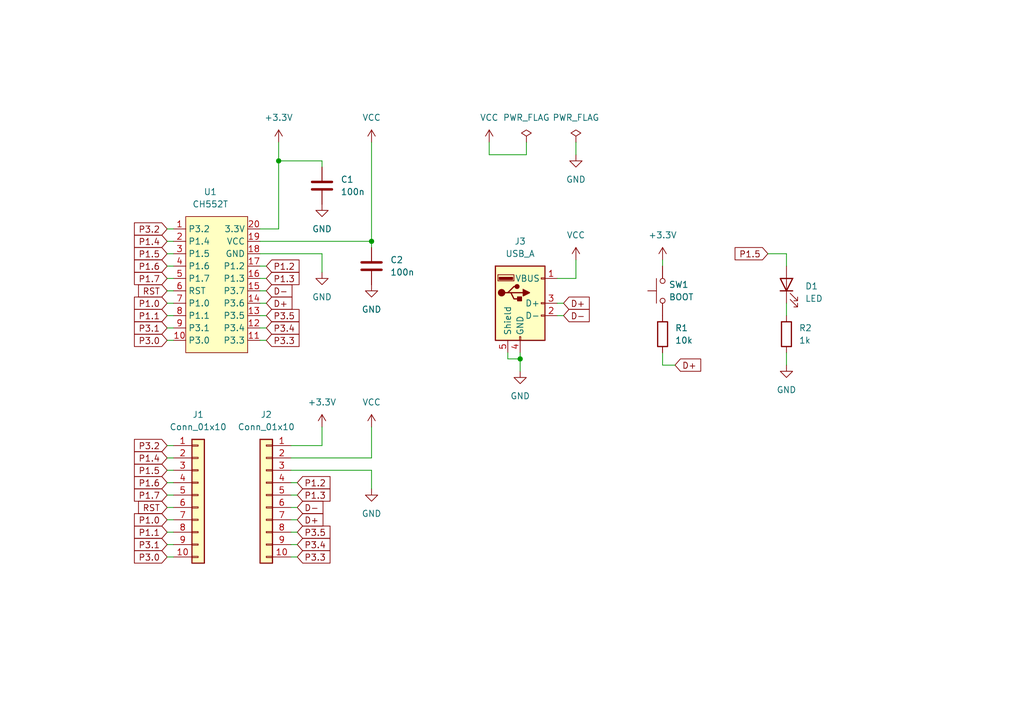
<source format=kicad_sch>
(kicad_sch (version 20211123) (generator eeschema)

  (uuid 81e5479c-473c-4528-81d7-a7158e209a78)

  (paper "A5")

  (lib_symbols
    (symbol "Connector:USB_A" (pin_names (offset 1.016)) (in_bom yes) (on_board yes)
      (property "Reference" "J" (id 0) (at -5.08 11.43 0)
        (effects (font (size 1.27 1.27)) (justify left))
      )
      (property "Value" "USB_A" (id 1) (at -5.08 8.89 0)
        (effects (font (size 1.27 1.27)) (justify left))
      )
      (property "Footprint" "" (id 2) (at 3.81 -1.27 0)
        (effects (font (size 1.27 1.27)) hide)
      )
      (property "Datasheet" " ~" (id 3) (at 3.81 -1.27 0)
        (effects (font (size 1.27 1.27)) hide)
      )
      (property "ki_keywords" "connector USB" (id 4) (at 0 0 0)
        (effects (font (size 1.27 1.27)) hide)
      )
      (property "ki_description" "USB Type A connector" (id 5) (at 0 0 0)
        (effects (font (size 1.27 1.27)) hide)
      )
      (property "ki_fp_filters" "USB*" (id 6) (at 0 0 0)
        (effects (font (size 1.27 1.27)) hide)
      )
      (symbol "USB_A_0_1"
        (rectangle (start -5.08 -7.62) (end 5.08 7.62)
          (stroke (width 0.254) (type default) (color 0 0 0 0))
          (fill (type background))
        )
        (circle (center -3.81 2.159) (radius 0.635)
          (stroke (width 0.254) (type default) (color 0 0 0 0))
          (fill (type outline))
        )
        (rectangle (start -1.524 4.826) (end -4.318 5.334)
          (stroke (width 0) (type default) (color 0 0 0 0))
          (fill (type outline))
        )
        (rectangle (start -1.27 4.572) (end -4.572 5.842)
          (stroke (width 0) (type default) (color 0 0 0 0))
          (fill (type none))
        )
        (circle (center -0.635 3.429) (radius 0.381)
          (stroke (width 0.254) (type default) (color 0 0 0 0))
          (fill (type outline))
        )
        (rectangle (start -0.127 -7.62) (end 0.127 -6.858)
          (stroke (width 0) (type default) (color 0 0 0 0))
          (fill (type none))
        )
        (polyline
          (pts
            (xy -3.175 2.159)
            (xy -2.54 2.159)
            (xy -1.27 3.429)
            (xy -0.635 3.429)
          )
          (stroke (width 0.254) (type default) (color 0 0 0 0))
          (fill (type none))
        )
        (polyline
          (pts
            (xy -2.54 2.159)
            (xy -1.905 2.159)
            (xy -1.27 0.889)
            (xy 0 0.889)
          )
          (stroke (width 0.254) (type default) (color 0 0 0 0))
          (fill (type none))
        )
        (polyline
          (pts
            (xy 0.635 2.794)
            (xy 0.635 1.524)
            (xy 1.905 2.159)
            (xy 0.635 2.794)
          )
          (stroke (width 0.254) (type default) (color 0 0 0 0))
          (fill (type outline))
        )
        (rectangle (start 0.254 1.27) (end -0.508 0.508)
          (stroke (width 0.254) (type default) (color 0 0 0 0))
          (fill (type outline))
        )
        (rectangle (start 5.08 -2.667) (end 4.318 -2.413)
          (stroke (width 0) (type default) (color 0 0 0 0))
          (fill (type none))
        )
        (rectangle (start 5.08 -0.127) (end 4.318 0.127)
          (stroke (width 0) (type default) (color 0 0 0 0))
          (fill (type none))
        )
        (rectangle (start 5.08 4.953) (end 4.318 5.207)
          (stroke (width 0) (type default) (color 0 0 0 0))
          (fill (type none))
        )
      )
      (symbol "USB_A_1_1"
        (polyline
          (pts
            (xy -1.905 2.159)
            (xy 0.635 2.159)
          )
          (stroke (width 0.254) (type default) (color 0 0 0 0))
          (fill (type none))
        )
        (pin power_in line (at 7.62 5.08 180) (length 2.54)
          (name "VBUS" (effects (font (size 1.27 1.27))))
          (number "1" (effects (font (size 1.27 1.27))))
        )
        (pin bidirectional line (at 7.62 -2.54 180) (length 2.54)
          (name "D-" (effects (font (size 1.27 1.27))))
          (number "2" (effects (font (size 1.27 1.27))))
        )
        (pin bidirectional line (at 7.62 0 180) (length 2.54)
          (name "D+" (effects (font (size 1.27 1.27))))
          (number "3" (effects (font (size 1.27 1.27))))
        )
        (pin power_in line (at 0 -10.16 90) (length 2.54)
          (name "GND" (effects (font (size 1.27 1.27))))
          (number "4" (effects (font (size 1.27 1.27))))
        )
        (pin passive line (at -2.54 -10.16 90) (length 2.54)
          (name "Shield" (effects (font (size 1.27 1.27))))
          (number "5" (effects (font (size 1.27 1.27))))
        )
      )
    )
    (symbol "Connector_Generic:Conn_01x10" (pin_names (offset 1.016) hide) (in_bom yes) (on_board yes)
      (property "Reference" "J" (id 0) (at 0 12.7 0)
        (effects (font (size 1.27 1.27)))
      )
      (property "Value" "Conn_01x10" (id 1) (at 0 -15.24 0)
        (effects (font (size 1.27 1.27)))
      )
      (property "Footprint" "" (id 2) (at 0 0 0)
        (effects (font (size 1.27 1.27)) hide)
      )
      (property "Datasheet" "~" (id 3) (at 0 0 0)
        (effects (font (size 1.27 1.27)) hide)
      )
      (property "ki_keywords" "connector" (id 4) (at 0 0 0)
        (effects (font (size 1.27 1.27)) hide)
      )
      (property "ki_description" "Generic connector, single row, 01x10, script generated (kicad-library-utils/schlib/autogen/connector/)" (id 5) (at 0 0 0)
        (effects (font (size 1.27 1.27)) hide)
      )
      (property "ki_fp_filters" "Connector*:*_1x??_*" (id 6) (at 0 0 0)
        (effects (font (size 1.27 1.27)) hide)
      )
      (symbol "Conn_01x10_1_1"
        (rectangle (start -1.27 -12.573) (end 0 -12.827)
          (stroke (width 0.1524) (type default) (color 0 0 0 0))
          (fill (type none))
        )
        (rectangle (start -1.27 -10.033) (end 0 -10.287)
          (stroke (width 0.1524) (type default) (color 0 0 0 0))
          (fill (type none))
        )
        (rectangle (start -1.27 -7.493) (end 0 -7.747)
          (stroke (width 0.1524) (type default) (color 0 0 0 0))
          (fill (type none))
        )
        (rectangle (start -1.27 -4.953) (end 0 -5.207)
          (stroke (width 0.1524) (type default) (color 0 0 0 0))
          (fill (type none))
        )
        (rectangle (start -1.27 -2.413) (end 0 -2.667)
          (stroke (width 0.1524) (type default) (color 0 0 0 0))
          (fill (type none))
        )
        (rectangle (start -1.27 0.127) (end 0 -0.127)
          (stroke (width 0.1524) (type default) (color 0 0 0 0))
          (fill (type none))
        )
        (rectangle (start -1.27 2.667) (end 0 2.413)
          (stroke (width 0.1524) (type default) (color 0 0 0 0))
          (fill (type none))
        )
        (rectangle (start -1.27 5.207) (end 0 4.953)
          (stroke (width 0.1524) (type default) (color 0 0 0 0))
          (fill (type none))
        )
        (rectangle (start -1.27 7.747) (end 0 7.493)
          (stroke (width 0.1524) (type default) (color 0 0 0 0))
          (fill (type none))
        )
        (rectangle (start -1.27 10.287) (end 0 10.033)
          (stroke (width 0.1524) (type default) (color 0 0 0 0))
          (fill (type none))
        )
        (rectangle (start -1.27 11.43) (end 1.27 -13.97)
          (stroke (width 0.254) (type default) (color 0 0 0 0))
          (fill (type background))
        )
        (pin passive line (at -5.08 10.16 0) (length 3.81)
          (name "Pin_1" (effects (font (size 1.27 1.27))))
          (number "1" (effects (font (size 1.27 1.27))))
        )
        (pin passive line (at -5.08 -12.7 0) (length 3.81)
          (name "Pin_10" (effects (font (size 1.27 1.27))))
          (number "10" (effects (font (size 1.27 1.27))))
        )
        (pin passive line (at -5.08 7.62 0) (length 3.81)
          (name "Pin_2" (effects (font (size 1.27 1.27))))
          (number "2" (effects (font (size 1.27 1.27))))
        )
        (pin passive line (at -5.08 5.08 0) (length 3.81)
          (name "Pin_3" (effects (font (size 1.27 1.27))))
          (number "3" (effects (font (size 1.27 1.27))))
        )
        (pin passive line (at -5.08 2.54 0) (length 3.81)
          (name "Pin_4" (effects (font (size 1.27 1.27))))
          (number "4" (effects (font (size 1.27 1.27))))
        )
        (pin passive line (at -5.08 0 0) (length 3.81)
          (name "Pin_5" (effects (font (size 1.27 1.27))))
          (number "5" (effects (font (size 1.27 1.27))))
        )
        (pin passive line (at -5.08 -2.54 0) (length 3.81)
          (name "Pin_6" (effects (font (size 1.27 1.27))))
          (number "6" (effects (font (size 1.27 1.27))))
        )
        (pin passive line (at -5.08 -5.08 0) (length 3.81)
          (name "Pin_7" (effects (font (size 1.27 1.27))))
          (number "7" (effects (font (size 1.27 1.27))))
        )
        (pin passive line (at -5.08 -7.62 0) (length 3.81)
          (name "Pin_8" (effects (font (size 1.27 1.27))))
          (number "8" (effects (font (size 1.27 1.27))))
        )
        (pin passive line (at -5.08 -10.16 0) (length 3.81)
          (name "Pin_9" (effects (font (size 1.27 1.27))))
          (number "9" (effects (font (size 1.27 1.27))))
        )
      )
    )
    (symbol "Device:C" (pin_numbers hide) (pin_names (offset 0.254)) (in_bom yes) (on_board yes)
      (property "Reference" "C" (id 0) (at 0.635 2.54 0)
        (effects (font (size 1.27 1.27)) (justify left))
      )
      (property "Value" "C" (id 1) (at 0.635 -2.54 0)
        (effects (font (size 1.27 1.27)) (justify left))
      )
      (property "Footprint" "" (id 2) (at 0.9652 -3.81 0)
        (effects (font (size 1.27 1.27)) hide)
      )
      (property "Datasheet" "~" (id 3) (at 0 0 0)
        (effects (font (size 1.27 1.27)) hide)
      )
      (property "ki_keywords" "cap capacitor" (id 4) (at 0 0 0)
        (effects (font (size 1.27 1.27)) hide)
      )
      (property "ki_description" "Unpolarized capacitor" (id 5) (at 0 0 0)
        (effects (font (size 1.27 1.27)) hide)
      )
      (property "ki_fp_filters" "C_*" (id 6) (at 0 0 0)
        (effects (font (size 1.27 1.27)) hide)
      )
      (symbol "C_0_1"
        (polyline
          (pts
            (xy -2.032 -0.762)
            (xy 2.032 -0.762)
          )
          (stroke (width 0.508) (type default) (color 0 0 0 0))
          (fill (type none))
        )
        (polyline
          (pts
            (xy -2.032 0.762)
            (xy 2.032 0.762)
          )
          (stroke (width 0.508) (type default) (color 0 0 0 0))
          (fill (type none))
        )
      )
      (symbol "C_1_1"
        (pin passive line (at 0 3.81 270) (length 2.794)
          (name "~" (effects (font (size 1.27 1.27))))
          (number "1" (effects (font (size 1.27 1.27))))
        )
        (pin passive line (at 0 -3.81 90) (length 2.794)
          (name "~" (effects (font (size 1.27 1.27))))
          (number "2" (effects (font (size 1.27 1.27))))
        )
      )
    )
    (symbol "Device:LED" (pin_numbers hide) (pin_names (offset 1.016) hide) (in_bom yes) (on_board yes)
      (property "Reference" "D" (id 0) (at 0 2.54 0)
        (effects (font (size 1.27 1.27)))
      )
      (property "Value" "LED" (id 1) (at 0 -2.54 0)
        (effects (font (size 1.27 1.27)))
      )
      (property "Footprint" "" (id 2) (at 0 0 0)
        (effects (font (size 1.27 1.27)) hide)
      )
      (property "Datasheet" "~" (id 3) (at 0 0 0)
        (effects (font (size 1.27 1.27)) hide)
      )
      (property "ki_keywords" "LED diode" (id 4) (at 0 0 0)
        (effects (font (size 1.27 1.27)) hide)
      )
      (property "ki_description" "Light emitting diode" (id 5) (at 0 0 0)
        (effects (font (size 1.27 1.27)) hide)
      )
      (property "ki_fp_filters" "LED* LED_SMD:* LED_THT:*" (id 6) (at 0 0 0)
        (effects (font (size 1.27 1.27)) hide)
      )
      (symbol "LED_0_1"
        (polyline
          (pts
            (xy -1.27 -1.27)
            (xy -1.27 1.27)
          )
          (stroke (width 0.254) (type default) (color 0 0 0 0))
          (fill (type none))
        )
        (polyline
          (pts
            (xy -1.27 0)
            (xy 1.27 0)
          )
          (stroke (width 0) (type default) (color 0 0 0 0))
          (fill (type none))
        )
        (polyline
          (pts
            (xy 1.27 -1.27)
            (xy 1.27 1.27)
            (xy -1.27 0)
            (xy 1.27 -1.27)
          )
          (stroke (width 0.254) (type default) (color 0 0 0 0))
          (fill (type none))
        )
        (polyline
          (pts
            (xy -3.048 -0.762)
            (xy -4.572 -2.286)
            (xy -3.81 -2.286)
            (xy -4.572 -2.286)
            (xy -4.572 -1.524)
          )
          (stroke (width 0) (type default) (color 0 0 0 0))
          (fill (type none))
        )
        (polyline
          (pts
            (xy -1.778 -0.762)
            (xy -3.302 -2.286)
            (xy -2.54 -2.286)
            (xy -3.302 -2.286)
            (xy -3.302 -1.524)
          )
          (stroke (width 0) (type default) (color 0 0 0 0))
          (fill (type none))
        )
      )
      (symbol "LED_1_1"
        (pin passive line (at -3.81 0 0) (length 2.54)
          (name "K" (effects (font (size 1.27 1.27))))
          (number "1" (effects (font (size 1.27 1.27))))
        )
        (pin passive line (at 3.81 0 180) (length 2.54)
          (name "A" (effects (font (size 1.27 1.27))))
          (number "2" (effects (font (size 1.27 1.27))))
        )
      )
    )
    (symbol "Device:R" (pin_numbers hide) (pin_names (offset 0)) (in_bom yes) (on_board yes)
      (property "Reference" "R" (id 0) (at 2.032 0 90)
        (effects (font (size 1.27 1.27)))
      )
      (property "Value" "R" (id 1) (at 0 0 90)
        (effects (font (size 1.27 1.27)))
      )
      (property "Footprint" "" (id 2) (at -1.778 0 90)
        (effects (font (size 1.27 1.27)) hide)
      )
      (property "Datasheet" "~" (id 3) (at 0 0 0)
        (effects (font (size 1.27 1.27)) hide)
      )
      (property "ki_keywords" "R res resistor" (id 4) (at 0 0 0)
        (effects (font (size 1.27 1.27)) hide)
      )
      (property "ki_description" "Resistor" (id 5) (at 0 0 0)
        (effects (font (size 1.27 1.27)) hide)
      )
      (property "ki_fp_filters" "R_*" (id 6) (at 0 0 0)
        (effects (font (size 1.27 1.27)) hide)
      )
      (symbol "R_0_1"
        (rectangle (start -1.016 -2.54) (end 1.016 2.54)
          (stroke (width 0.254) (type default) (color 0 0 0 0))
          (fill (type none))
        )
      )
      (symbol "R_1_1"
        (pin passive line (at 0 3.81 270) (length 1.27)
          (name "~" (effects (font (size 1.27 1.27))))
          (number "1" (effects (font (size 1.27 1.27))))
        )
        (pin passive line (at 0 -3.81 90) (length 1.27)
          (name "~" (effects (font (size 1.27 1.27))))
          (number "2" (effects (font (size 1.27 1.27))))
        )
      )
    )
    (symbol "My_Library:CH552T" (in_bom yes) (on_board yes)
      (property "Reference" "U" (id 0) (at 0 19.05 0)
        (effects (font (size 1.27 1.27)))
      )
      (property "Value" "CH552T" (id 1) (at 0 16.51 0)
        (effects (font (size 1.27 1.27)))
      )
      (property "Footprint" "" (id 2) (at 0 5.08 0)
        (effects (font (size 1.27 1.27)) hide)
      )
      (property "Datasheet" "" (id 3) (at 0 5.08 0)
        (effects (font (size 1.27 1.27)) hide)
      )
      (symbol "CH552T_0_0"
        (text "" (at -8.89 1.27 0)
          (effects (font (size 1.27 1.27)))
        )
        (text "" (at -7.62 3.81 0)
          (effects (font (size 1.27 1.27)))
        )
      )
      (symbol "CH552T_0_1"
        (rectangle (start -6.35 13.97) (end 6.35 -13.97)
          (stroke (width 0) (type default) (color 0 0 0 0))
          (fill (type background))
        )
      )
      (symbol "CH552T_1_1"
        (pin bidirectional line (at -8.89 11.43 0) (length 2.54)
          (name "P3.2" (effects (font (size 1.27 1.27))))
          (number "1" (effects (font (size 1.27 1.27))))
        )
        (pin bidirectional line (at -8.89 -11.43 0) (length 2.54)
          (name "P3.0" (effects (font (size 1.27 1.27))))
          (number "10" (effects (font (size 1.27 1.27))))
        )
        (pin bidirectional line (at 8.89 -11.43 180) (length 2.54)
          (name "P3.3" (effects (font (size 1.27 1.27))))
          (number "11" (effects (font (size 1.27 1.27))))
        )
        (pin bidirectional line (at 8.89 -8.89 180) (length 2.54)
          (name "P3.4" (effects (font (size 1.27 1.27))))
          (number "12" (effects (font (size 1.27 1.27))))
        )
        (pin bidirectional line (at 8.89 -6.35 180) (length 2.54)
          (name "P3.5" (effects (font (size 1.27 1.27))))
          (number "13" (effects (font (size 1.27 1.27))))
        )
        (pin bidirectional line (at 8.89 -3.81 180) (length 2.54)
          (name "P3.6" (effects (font (size 1.27 1.27))))
          (number "14" (effects (font (size 1.27 1.27))))
        )
        (pin bidirectional line (at 8.89 -1.27 180) (length 2.54)
          (name "P3.7" (effects (font (size 1.27 1.27))))
          (number "15" (effects (font (size 1.27 1.27))))
        )
        (pin bidirectional line (at 8.89 1.27 180) (length 2.54)
          (name "P1.3" (effects (font (size 1.27 1.27))))
          (number "16" (effects (font (size 1.27 1.27))))
        )
        (pin bidirectional line (at 8.89 3.81 180) (length 2.54)
          (name "P1.2" (effects (font (size 1.27 1.27))))
          (number "17" (effects (font (size 1.27 1.27))))
        )
        (pin power_in line (at 8.89 6.35 180) (length 2.54)
          (name "GND" (effects (font (size 1.27 1.27))))
          (number "18" (effects (font (size 1.27 1.27))))
        )
        (pin power_in line (at 8.89 8.89 180) (length 2.54)
          (name "VCC" (effects (font (size 1.27 1.27))))
          (number "19" (effects (font (size 1.27 1.27))))
        )
        (pin bidirectional line (at -8.89 8.89 0) (length 2.54)
          (name "P1.4" (effects (font (size 1.27 1.27))))
          (number "2" (effects (font (size 1.27 1.27))))
        )
        (pin power_out line (at 8.89 11.43 180) (length 2.54)
          (name "3.3V" (effects (font (size 1.27 1.27))))
          (number "20" (effects (font (size 1.27 1.27))))
        )
        (pin bidirectional line (at -8.89 6.35 0) (length 2.54)
          (name "P1.5" (effects (font (size 1.27 1.27))))
          (number "3" (effects (font (size 1.27 1.27))))
        )
        (pin bidirectional line (at -8.89 3.81 0) (length 2.54)
          (name "P1.6" (effects (font (size 1.27 1.27))))
          (number "4" (effects (font (size 1.27 1.27))))
        )
        (pin bidirectional line (at -8.89 1.27 0) (length 2.54)
          (name "P1.7" (effects (font (size 1.27 1.27))))
          (number "5" (effects (font (size 1.27 1.27))))
        )
        (pin input line (at -8.89 -1.27 0) (length 2.54)
          (name "RST" (effects (font (size 1.27 1.27))))
          (number "6" (effects (font (size 1.27 1.27))))
        )
        (pin bidirectional line (at -8.89 -3.81 0) (length 2.54)
          (name "P1.0" (effects (font (size 1.27 1.27))))
          (number "7" (effects (font (size 1.27 1.27))))
        )
        (pin bidirectional line (at -8.89 -6.35 0) (length 2.54)
          (name "P1.1" (effects (font (size 1.27 1.27))))
          (number "8" (effects (font (size 1.27 1.27))))
        )
        (pin bidirectional line (at -8.89 -8.89 0) (length 2.54)
          (name "P3.1" (effects (font (size 1.27 1.27))))
          (number "9" (effects (font (size 1.27 1.27))))
        )
      )
    )
    (symbol "Switch:SW_Push" (pin_numbers hide) (pin_names (offset 1.016) hide) (in_bom yes) (on_board yes)
      (property "Reference" "SW" (id 0) (at 1.27 2.54 0)
        (effects (font (size 1.27 1.27)) (justify left))
      )
      (property "Value" "SW_Push" (id 1) (at 0 -1.524 0)
        (effects (font (size 1.27 1.27)))
      )
      (property "Footprint" "" (id 2) (at 0 5.08 0)
        (effects (font (size 1.27 1.27)) hide)
      )
      (property "Datasheet" "~" (id 3) (at 0 5.08 0)
        (effects (font (size 1.27 1.27)) hide)
      )
      (property "ki_keywords" "switch normally-open pushbutton push-button" (id 4) (at 0 0 0)
        (effects (font (size 1.27 1.27)) hide)
      )
      (property "ki_description" "Push button switch, generic, two pins" (id 5) (at 0 0 0)
        (effects (font (size 1.27 1.27)) hide)
      )
      (symbol "SW_Push_0_1"
        (circle (center -2.032 0) (radius 0.508)
          (stroke (width 0) (type default) (color 0 0 0 0))
          (fill (type none))
        )
        (polyline
          (pts
            (xy 0 1.27)
            (xy 0 3.048)
          )
          (stroke (width 0) (type default) (color 0 0 0 0))
          (fill (type none))
        )
        (polyline
          (pts
            (xy 2.54 1.27)
            (xy -2.54 1.27)
          )
          (stroke (width 0) (type default) (color 0 0 0 0))
          (fill (type none))
        )
        (circle (center 2.032 0) (radius 0.508)
          (stroke (width 0) (type default) (color 0 0 0 0))
          (fill (type none))
        )
        (pin passive line (at -5.08 0 0) (length 2.54)
          (name "1" (effects (font (size 1.27 1.27))))
          (number "1" (effects (font (size 1.27 1.27))))
        )
        (pin passive line (at 5.08 0 180) (length 2.54)
          (name "2" (effects (font (size 1.27 1.27))))
          (number "2" (effects (font (size 1.27 1.27))))
        )
      )
    )
    (symbol "power:+3.3V" (power) (pin_names (offset 0)) (in_bom yes) (on_board yes)
      (property "Reference" "#PWR" (id 0) (at 0 -3.81 0)
        (effects (font (size 1.27 1.27)) hide)
      )
      (property "Value" "+3.3V" (id 1) (at 0 3.556 0)
        (effects (font (size 1.27 1.27)))
      )
      (property "Footprint" "" (id 2) (at 0 0 0)
        (effects (font (size 1.27 1.27)) hide)
      )
      (property "Datasheet" "" (id 3) (at 0 0 0)
        (effects (font (size 1.27 1.27)) hide)
      )
      (property "ki_keywords" "power-flag" (id 4) (at 0 0 0)
        (effects (font (size 1.27 1.27)) hide)
      )
      (property "ki_description" "Power symbol creates a global label with name \"+3.3V\"" (id 5) (at 0 0 0)
        (effects (font (size 1.27 1.27)) hide)
      )
      (symbol "+3.3V_0_1"
        (polyline
          (pts
            (xy -0.762 1.27)
            (xy 0 2.54)
          )
          (stroke (width 0) (type default) (color 0 0 0 0))
          (fill (type none))
        )
        (polyline
          (pts
            (xy 0 0)
            (xy 0 2.54)
          )
          (stroke (width 0) (type default) (color 0 0 0 0))
          (fill (type none))
        )
        (polyline
          (pts
            (xy 0 2.54)
            (xy 0.762 1.27)
          )
          (stroke (width 0) (type default) (color 0 0 0 0))
          (fill (type none))
        )
      )
      (symbol "+3.3V_1_1"
        (pin power_in line (at 0 0 90) (length 0) hide
          (name "+3.3V" (effects (font (size 1.27 1.27))))
          (number "1" (effects (font (size 1.27 1.27))))
        )
      )
    )
    (symbol "power:GND" (power) (pin_names (offset 0)) (in_bom yes) (on_board yes)
      (property "Reference" "#PWR" (id 0) (at 0 -6.35 0)
        (effects (font (size 1.27 1.27)) hide)
      )
      (property "Value" "GND" (id 1) (at 0 -3.81 0)
        (effects (font (size 1.27 1.27)))
      )
      (property "Footprint" "" (id 2) (at 0 0 0)
        (effects (font (size 1.27 1.27)) hide)
      )
      (property "Datasheet" "" (id 3) (at 0 0 0)
        (effects (font (size 1.27 1.27)) hide)
      )
      (property "ki_keywords" "power-flag" (id 4) (at 0 0 0)
        (effects (font (size 1.27 1.27)) hide)
      )
      (property "ki_description" "Power symbol creates a global label with name \"GND\" , ground" (id 5) (at 0 0 0)
        (effects (font (size 1.27 1.27)) hide)
      )
      (symbol "GND_0_1"
        (polyline
          (pts
            (xy 0 0)
            (xy 0 -1.27)
            (xy 1.27 -1.27)
            (xy 0 -2.54)
            (xy -1.27 -1.27)
            (xy 0 -1.27)
          )
          (stroke (width 0) (type default) (color 0 0 0 0))
          (fill (type none))
        )
      )
      (symbol "GND_1_1"
        (pin power_in line (at 0 0 270) (length 0) hide
          (name "GND" (effects (font (size 1.27 1.27))))
          (number "1" (effects (font (size 1.27 1.27))))
        )
      )
    )
    (symbol "power:PWR_FLAG" (power) (pin_numbers hide) (pin_names (offset 0) hide) (in_bom yes) (on_board yes)
      (property "Reference" "#FLG" (id 0) (at 0 1.905 0)
        (effects (font (size 1.27 1.27)) hide)
      )
      (property "Value" "PWR_FLAG" (id 1) (at 0 3.81 0)
        (effects (font (size 1.27 1.27)))
      )
      (property "Footprint" "" (id 2) (at 0 0 0)
        (effects (font (size 1.27 1.27)) hide)
      )
      (property "Datasheet" "~" (id 3) (at 0 0 0)
        (effects (font (size 1.27 1.27)) hide)
      )
      (property "ki_keywords" "power-flag" (id 4) (at 0 0 0)
        (effects (font (size 1.27 1.27)) hide)
      )
      (property "ki_description" "Special symbol for telling ERC where power comes from" (id 5) (at 0 0 0)
        (effects (font (size 1.27 1.27)) hide)
      )
      (symbol "PWR_FLAG_0_0"
        (pin power_out line (at 0 0 90) (length 0)
          (name "pwr" (effects (font (size 1.27 1.27))))
          (number "1" (effects (font (size 1.27 1.27))))
        )
      )
      (symbol "PWR_FLAG_0_1"
        (polyline
          (pts
            (xy 0 0)
            (xy 0 1.27)
            (xy -1.016 1.905)
            (xy 0 2.54)
            (xy 1.016 1.905)
            (xy 0 1.27)
          )
          (stroke (width 0) (type default) (color 0 0 0 0))
          (fill (type none))
        )
      )
    )
    (symbol "power:VCC" (power) (pin_names (offset 0)) (in_bom yes) (on_board yes)
      (property "Reference" "#PWR" (id 0) (at 0 -3.81 0)
        (effects (font (size 1.27 1.27)) hide)
      )
      (property "Value" "VCC" (id 1) (at 0 3.81 0)
        (effects (font (size 1.27 1.27)))
      )
      (property "Footprint" "" (id 2) (at 0 0 0)
        (effects (font (size 1.27 1.27)) hide)
      )
      (property "Datasheet" "" (id 3) (at 0 0 0)
        (effects (font (size 1.27 1.27)) hide)
      )
      (property "ki_keywords" "power-flag" (id 4) (at 0 0 0)
        (effects (font (size 1.27 1.27)) hide)
      )
      (property "ki_description" "Power symbol creates a global label with name \"VCC\"" (id 5) (at 0 0 0)
        (effects (font (size 1.27 1.27)) hide)
      )
      (symbol "VCC_0_1"
        (polyline
          (pts
            (xy -0.762 1.27)
            (xy 0 2.54)
          )
          (stroke (width 0) (type default) (color 0 0 0 0))
          (fill (type none))
        )
        (polyline
          (pts
            (xy 0 0)
            (xy 0 2.54)
          )
          (stroke (width 0) (type default) (color 0 0 0 0))
          (fill (type none))
        )
        (polyline
          (pts
            (xy 0 2.54)
            (xy 0.762 1.27)
          )
          (stroke (width 0) (type default) (color 0 0 0 0))
          (fill (type none))
        )
      )
      (symbol "VCC_1_1"
        (pin power_in line (at 0 0 90) (length 0) hide
          (name "VCC" (effects (font (size 1.27 1.27))))
          (number "1" (effects (font (size 1.27 1.27))))
        )
      )
    )
  )

  (junction (at 76.2 49.53) (diameter 0) (color 0 0 0 0)
    (uuid 22b7ee1f-9467-4e41-9921-1b0ffb4beee9)
  )
  (junction (at 57.15 33.02) (diameter 0) (color 0 0 0 0)
    (uuid 2630d467-05ab-4031-b46e-31ed84f60531)
  )
  (junction (at 106.68 73.66) (diameter 0) (color 0 0 0 0)
    (uuid e8f65837-72b6-40fb-b8e9-1f879102e2c7)
  )

  (wire (pts (xy 53.34 62.23) (xy 54.61 62.23))
    (stroke (width 0) (type default) (color 0 0 0 0))
    (uuid 0100e374-79f4-40b3-ba11-f203182202f3)
  )
  (wire (pts (xy 34.29 62.23) (xy 35.56 62.23))
    (stroke (width 0) (type default) (color 0 0 0 0))
    (uuid 01c12944-4013-43e2-9485-d77aea68287a)
  )
  (wire (pts (xy 53.34 52.07) (xy 66.04 52.07))
    (stroke (width 0) (type default) (color 0 0 0 0))
    (uuid 049a11c6-33a2-4c47-9a08-ba9906cf5a3f)
  )
  (wire (pts (xy 59.69 106.68) (xy 60.96 106.68))
    (stroke (width 0) (type default) (color 0 0 0 0))
    (uuid 0b3d4eb9-a197-41a2-9f5f-4e9921e6252f)
  )
  (wire (pts (xy 34.29 57.15) (xy 35.56 57.15))
    (stroke (width 0) (type default) (color 0 0 0 0))
    (uuid 0beda26d-092c-47b8-9b38-aae7c9dea5b5)
  )
  (wire (pts (xy 53.34 57.15) (xy 54.61 57.15))
    (stroke (width 0) (type default) (color 0 0 0 0))
    (uuid 0f04414c-08a7-4a03-ab74-ee14ece5e760)
  )
  (wire (pts (xy 34.29 69.85) (xy 35.56 69.85))
    (stroke (width 0) (type default) (color 0 0 0 0))
    (uuid 117a5746-d739-438f-b5af-2ee61ddd57b3)
  )
  (wire (pts (xy 118.11 29.21) (xy 118.11 31.75))
    (stroke (width 0) (type default) (color 0 0 0 0))
    (uuid 125bd783-941c-41f1-b948-ad5161d54609)
  )
  (wire (pts (xy 57.15 46.99) (xy 57.15 33.02))
    (stroke (width 0) (type default) (color 0 0 0 0))
    (uuid 13753c51-493f-4cf6-8d9f-8896dd297165)
  )
  (wire (pts (xy 157.48 52.07) (xy 161.29 52.07))
    (stroke (width 0) (type default) (color 0 0 0 0))
    (uuid 1673ec26-5e6f-4e55-9e96-dccc0d9e0a88)
  )
  (wire (pts (xy 76.2 50.8) (xy 76.2 49.53))
    (stroke (width 0) (type default) (color 0 0 0 0))
    (uuid 16a431de-d40f-428c-ac28-b3b26c2c8feb)
  )
  (wire (pts (xy 76.2 96.52) (xy 76.2 100.33))
    (stroke (width 0) (type default) (color 0 0 0 0))
    (uuid 17ef455d-8874-4f4d-b2e0-856992a406f8)
  )
  (wire (pts (xy 107.95 29.21) (xy 107.95 31.75))
    (stroke (width 0) (type default) (color 0 0 0 0))
    (uuid 1a9eeae8-b472-4bf6-b90c-4c74a1ab836c)
  )
  (wire (pts (xy 76.2 29.21) (xy 76.2 49.53))
    (stroke (width 0) (type default) (color 0 0 0 0))
    (uuid 1bb380a3-dc3f-46a3-b92f-e48359f19c67)
  )
  (wire (pts (xy 114.3 62.23) (xy 115.57 62.23))
    (stroke (width 0) (type default) (color 0 0 0 0))
    (uuid 1cb6fa41-8a9f-4afd-8edb-137aa73b1bc7)
  )
  (wire (pts (xy 57.15 33.02) (xy 57.15 29.21))
    (stroke (width 0) (type default) (color 0 0 0 0))
    (uuid 2b6281cb-2200-4c99-b1a3-c946dec40333)
  )
  (wire (pts (xy 34.29 96.52) (xy 35.56 96.52))
    (stroke (width 0) (type default) (color 0 0 0 0))
    (uuid 3250edcf-f038-411c-951e-46d8226eb278)
  )
  (wire (pts (xy 114.3 64.77) (xy 115.57 64.77))
    (stroke (width 0) (type default) (color 0 0 0 0))
    (uuid 325cb3c3-13a8-46c3-a17d-3a2a2768f45a)
  )
  (wire (pts (xy 59.69 111.76) (xy 60.96 111.76))
    (stroke (width 0) (type default) (color 0 0 0 0))
    (uuid 353d2256-d1bf-426b-9985-8de70cbd425e)
  )
  (wire (pts (xy 34.29 67.31) (xy 35.56 67.31))
    (stroke (width 0) (type default) (color 0 0 0 0))
    (uuid 3618bb16-4149-4bfa-b1b2-5a326cebdf02)
  )
  (wire (pts (xy 34.29 101.6) (xy 35.56 101.6))
    (stroke (width 0) (type default) (color 0 0 0 0))
    (uuid 3bdfd7b7-933b-4602-a622-24c22037326d)
  )
  (wire (pts (xy 66.04 91.44) (xy 66.04 87.63))
    (stroke (width 0) (type default) (color 0 0 0 0))
    (uuid 3e2aa0c4-4397-4289-b3e7-f368dd3a8427)
  )
  (wire (pts (xy 34.29 91.44) (xy 35.56 91.44))
    (stroke (width 0) (type default) (color 0 0 0 0))
    (uuid 4411cc46-31e7-4732-9259-66406edea39c)
  )
  (wire (pts (xy 106.68 73.66) (xy 106.68 76.2))
    (stroke (width 0) (type default) (color 0 0 0 0))
    (uuid 4df37da5-62f0-42ba-8957-312aff3f8b3d)
  )
  (wire (pts (xy 59.69 99.06) (xy 60.96 99.06))
    (stroke (width 0) (type default) (color 0 0 0 0))
    (uuid 515e45d7-11b1-4905-bea8-9e61239e5d4e)
  )
  (wire (pts (xy 53.34 59.69) (xy 54.61 59.69))
    (stroke (width 0) (type default) (color 0 0 0 0))
    (uuid 5217b5c7-1e5b-43ee-940d-2c90e2c0efd5)
  )
  (wire (pts (xy 53.34 67.31) (xy 54.61 67.31))
    (stroke (width 0) (type default) (color 0 0 0 0))
    (uuid 5be99440-6f7f-47f4-baeb-da2d71c12dd6)
  )
  (wire (pts (xy 66.04 34.29) (xy 66.04 33.02))
    (stroke (width 0) (type default) (color 0 0 0 0))
    (uuid 5c1a92af-2be6-4c1b-a6ab-d077fdeddcca)
  )
  (wire (pts (xy 34.29 46.99) (xy 35.56 46.99))
    (stroke (width 0) (type default) (color 0 0 0 0))
    (uuid 5eda63e2-5622-4e37-8fc6-8797128b27a8)
  )
  (wire (pts (xy 66.04 52.07) (xy 66.04 55.88))
    (stroke (width 0) (type default) (color 0 0 0 0))
    (uuid 60244451-e665-491f-82da-38c3c7c24c4e)
  )
  (wire (pts (xy 53.34 49.53) (xy 76.2 49.53))
    (stroke (width 0) (type default) (color 0 0 0 0))
    (uuid 642d3f86-8e6a-46c5-89a5-45d0a38d0acc)
  )
  (wire (pts (xy 135.89 53.34) (xy 135.89 54.61))
    (stroke (width 0) (type default) (color 0 0 0 0))
    (uuid 660f0192-ac5d-4268-a963-2e6adf0b8f32)
  )
  (wire (pts (xy 34.29 114.3) (xy 35.56 114.3))
    (stroke (width 0) (type default) (color 0 0 0 0))
    (uuid 6c50e833-86d1-4cd2-9b69-f41cd986e79a)
  )
  (wire (pts (xy 53.34 46.99) (xy 57.15 46.99))
    (stroke (width 0) (type default) (color 0 0 0 0))
    (uuid 6f125a0d-a7ed-4580-aa87-75716429fa10)
  )
  (wire (pts (xy 34.29 49.53) (xy 35.56 49.53))
    (stroke (width 0) (type default) (color 0 0 0 0))
    (uuid 7946550b-c800-4044-85f2-c6b0d346181c)
  )
  (wire (pts (xy 34.29 54.61) (xy 35.56 54.61))
    (stroke (width 0) (type default) (color 0 0 0 0))
    (uuid 7bb625df-358a-4121-a6d6-df1db6f348ff)
  )
  (wire (pts (xy 118.11 53.34) (xy 118.11 57.15))
    (stroke (width 0) (type default) (color 0 0 0 0))
    (uuid 7de1d14b-71ae-4fa1-a54e-c28a7e766f53)
  )
  (wire (pts (xy 59.69 114.3) (xy 60.96 114.3))
    (stroke (width 0) (type default) (color 0 0 0 0))
    (uuid 848c3571-43b7-4520-87f3-87748f4e4681)
  )
  (wire (pts (xy 34.29 106.68) (xy 35.56 106.68))
    (stroke (width 0) (type default) (color 0 0 0 0))
    (uuid 8b425894-2526-4825-b75e-d2ea7afb32ec)
  )
  (wire (pts (xy 161.29 52.07) (xy 161.29 54.61))
    (stroke (width 0) (type default) (color 0 0 0 0))
    (uuid 8df8cd7b-6848-4df2-8821-14bd646c60d0)
  )
  (wire (pts (xy 59.69 93.98) (xy 76.2 93.98))
    (stroke (width 0) (type default) (color 0 0 0 0))
    (uuid 909b26ae-2029-4bb6-8aa2-a9066771009b)
  )
  (wire (pts (xy 34.29 104.14) (xy 35.56 104.14))
    (stroke (width 0) (type default) (color 0 0 0 0))
    (uuid 99999fc8-b18b-4f4d-9945-89a58d370afe)
  )
  (wire (pts (xy 34.29 64.77) (xy 35.56 64.77))
    (stroke (width 0) (type default) (color 0 0 0 0))
    (uuid a15b1f5a-87c3-467b-b631-81e2b1a80c87)
  )
  (wire (pts (xy 107.95 31.75) (xy 100.33 31.75))
    (stroke (width 0) (type default) (color 0 0 0 0))
    (uuid a3f61866-eadc-427e-ba3c-94022281cc30)
  )
  (wire (pts (xy 104.14 73.66) (xy 106.68 73.66))
    (stroke (width 0) (type default) (color 0 0 0 0))
    (uuid b5e8f65a-1cda-455c-bc8d-ee007f771895)
  )
  (wire (pts (xy 59.69 104.14) (xy 60.96 104.14))
    (stroke (width 0) (type default) (color 0 0 0 0))
    (uuid b885d6e7-64dc-4ce1-b8bb-c48f95d8f115)
  )
  (wire (pts (xy 34.29 52.07) (xy 35.56 52.07))
    (stroke (width 0) (type default) (color 0 0 0 0))
    (uuid bd0d6fb5-017b-48a5-b9d0-d43a8e88e9f0)
  )
  (wire (pts (xy 34.29 111.76) (xy 35.56 111.76))
    (stroke (width 0) (type default) (color 0 0 0 0))
    (uuid bdb8a41f-7b44-4c13-9e63-a9dc38bc87f0)
  )
  (wire (pts (xy 161.29 72.39) (xy 161.29 74.93))
    (stroke (width 0) (type default) (color 0 0 0 0))
    (uuid bf5ee9ef-b34d-441f-b998-cd37bed7b0a5)
  )
  (wire (pts (xy 106.68 72.39) (xy 106.68 73.66))
    (stroke (width 0) (type default) (color 0 0 0 0))
    (uuid c0667220-7b66-4a3a-94a8-187cf431511d)
  )
  (wire (pts (xy 100.33 29.21) (xy 100.33 31.75))
    (stroke (width 0) (type default) (color 0 0 0 0))
    (uuid c1bbd101-b73e-436a-817b-45350470d4c0)
  )
  (wire (pts (xy 135.89 72.39) (xy 135.89 74.93))
    (stroke (width 0) (type default) (color 0 0 0 0))
    (uuid c2f79f6c-db51-4489-8ea9-828582faa23e)
  )
  (wire (pts (xy 34.29 99.06) (xy 35.56 99.06))
    (stroke (width 0) (type default) (color 0 0 0 0))
    (uuid c6d3d72f-a2c6-4e36-b826-b3073044a571)
  )
  (wire (pts (xy 59.69 101.6) (xy 60.96 101.6))
    (stroke (width 0) (type default) (color 0 0 0 0))
    (uuid cc9ccbe1-5ce5-4733-9190-2821af878895)
  )
  (wire (pts (xy 59.69 109.22) (xy 60.96 109.22))
    (stroke (width 0) (type default) (color 0 0 0 0))
    (uuid d43581d7-7be7-4cb4-aedb-b51c1596ebb8)
  )
  (wire (pts (xy 59.69 96.52) (xy 76.2 96.52))
    (stroke (width 0) (type default) (color 0 0 0 0))
    (uuid d76c271c-087e-491e-b056-8ca479767863)
  )
  (wire (pts (xy 53.34 64.77) (xy 54.61 64.77))
    (stroke (width 0) (type default) (color 0 0 0 0))
    (uuid dd9e6c8b-f1ad-44cb-b54b-dfe1bce39de2)
  )
  (wire (pts (xy 135.89 74.93) (xy 138.43 74.93))
    (stroke (width 0) (type default) (color 0 0 0 0))
    (uuid dddf0673-421a-44de-b88e-d4db44a82e44)
  )
  (wire (pts (xy 104.14 72.39) (xy 104.14 73.66))
    (stroke (width 0) (type default) (color 0 0 0 0))
    (uuid de3f1654-82a1-4d95-b99b-d28686638a37)
  )
  (wire (pts (xy 161.29 62.23) (xy 161.29 64.77))
    (stroke (width 0) (type default) (color 0 0 0 0))
    (uuid e4948dba-4e54-4072-92ce-080d23c9f92d)
  )
  (wire (pts (xy 34.29 109.22) (xy 35.56 109.22))
    (stroke (width 0) (type default) (color 0 0 0 0))
    (uuid e5e4c2b8-c8a4-41fb-a402-969c4fee117c)
  )
  (wire (pts (xy 76.2 93.98) (xy 76.2 87.63))
    (stroke (width 0) (type default) (color 0 0 0 0))
    (uuid ee3f783c-f5c8-4ab7-87c7-4dc9ac14e7cb)
  )
  (wire (pts (xy 114.3 57.15) (xy 118.11 57.15))
    (stroke (width 0) (type default) (color 0 0 0 0))
    (uuid f07bbe60-bfec-4992-8253-04fd0f2aaae3)
  )
  (wire (pts (xy 34.29 93.98) (xy 35.56 93.98))
    (stroke (width 0) (type default) (color 0 0 0 0))
    (uuid f24f3437-2c26-4b71-ab7e-7d8595284575)
  )
  (wire (pts (xy 34.29 59.69) (xy 35.56 59.69))
    (stroke (width 0) (type default) (color 0 0 0 0))
    (uuid f2d7ba58-6910-490a-b3ce-9b87fcd7ac2f)
  )
  (wire (pts (xy 53.34 54.61) (xy 54.61 54.61))
    (stroke (width 0) (type default) (color 0 0 0 0))
    (uuid f78effef-d077-4d9f-b0c2-aff1fa491558)
  )
  (wire (pts (xy 59.69 91.44) (xy 66.04 91.44))
    (stroke (width 0) (type default) (color 0 0 0 0))
    (uuid f9c8ff53-38f4-47c2-a52d-a54a0e4d1291)
  )
  (wire (pts (xy 53.34 69.85) (xy 54.61 69.85))
    (stroke (width 0) (type default) (color 0 0 0 0))
    (uuid fba6c873-9264-4710-adb6-c62debe8f10d)
  )
  (wire (pts (xy 57.15 33.02) (xy 66.04 33.02))
    (stroke (width 0) (type default) (color 0 0 0 0))
    (uuid fe686ff8-94ed-4f11-9559-5efb1adf8168)
  )

  (global_label "D-" (shape input) (at 60.96 104.14 0) (fields_autoplaced)
    (effects (font (size 1.27 1.27)) (justify left))
    (uuid 01471a83-cbf5-4f2e-bb8d-84fd9625c6ef)
    (property "Intersheet References" "${INTERSHEET_REFS}" (id 0) (at 66.2155 104.0606 0)
      (effects (font (size 1.27 1.27)) (justify left) hide)
    )
  )
  (global_label "P1.0" (shape input) (at 34.29 62.23 180) (fields_autoplaced)
    (effects (font (size 1.27 1.27)) (justify right))
    (uuid 0849b66a-583c-47fb-b368-8b04693da45b)
    (property "Intersheet References" "${INTERSHEET_REFS}" (id 0) (at 27.5831 62.1506 0)
      (effects (font (size 1.27 1.27)) (justify right) hide)
    )
  )
  (global_label "P1.7" (shape input) (at 34.29 57.15 180) (fields_autoplaced)
    (effects (font (size 1.27 1.27)) (justify right))
    (uuid 0ca2381d-fad4-49c8-8879-c684fa094807)
    (property "Intersheet References" "${INTERSHEET_REFS}" (id 0) (at 27.5831 57.0706 0)
      (effects (font (size 1.27 1.27)) (justify right) hide)
    )
  )
  (global_label "P3.3" (shape input) (at 60.96 114.3 0) (fields_autoplaced)
    (effects (font (size 1.27 1.27)) (justify left))
    (uuid 10dc0f35-df02-4b27-a31f-6209763cd21f)
    (property "Intersheet References" "${INTERSHEET_REFS}" (id 0) (at 67.6669 114.2206 0)
      (effects (font (size 1.27 1.27)) (justify left) hide)
    )
  )
  (global_label "D+" (shape input) (at 54.61 62.23 0) (fields_autoplaced)
    (effects (font (size 1.27 1.27)) (justify left))
    (uuid 14395fc2-16bd-4e33-9d4f-aa047123cadf)
    (property "Intersheet References" "${INTERSHEET_REFS}" (id 0) (at 59.8655 62.1506 0)
      (effects (font (size 1.27 1.27)) (justify left) hide)
    )
  )
  (global_label "P3.4" (shape input) (at 54.61 67.31 0) (fields_autoplaced)
    (effects (font (size 1.27 1.27)) (justify left))
    (uuid 24b92928-ab71-4fc2-a1ba-89ad33a141e6)
    (property "Intersheet References" "${INTERSHEET_REFS}" (id 0) (at 61.3169 67.2306 0)
      (effects (font (size 1.27 1.27)) (justify left) hide)
    )
  )
  (global_label "P1.4" (shape input) (at 34.29 49.53 180) (fields_autoplaced)
    (effects (font (size 1.27 1.27)) (justify right))
    (uuid 2987d92c-2757-447a-b7bb-e520727530fe)
    (property "Intersheet References" "${INTERSHEET_REFS}" (id 0) (at 27.5831 49.4506 0)
      (effects (font (size 1.27 1.27)) (justify right) hide)
    )
  )
  (global_label "P1.3" (shape input) (at 54.61 57.15 0) (fields_autoplaced)
    (effects (font (size 1.27 1.27)) (justify left))
    (uuid 2a923b26-fdd4-4f39-94ee-b0a20b20b3f8)
    (property "Intersheet References" "${INTERSHEET_REFS}" (id 0) (at 61.3169 57.0706 0)
      (effects (font (size 1.27 1.27)) (justify left) hide)
    )
  )
  (global_label "P3.2" (shape input) (at 34.29 91.44 180) (fields_autoplaced)
    (effects (font (size 1.27 1.27)) (justify right))
    (uuid 3dd664ac-9fd4-4ad5-89fd-0f41f50e918f)
    (property "Intersheet References" "${INTERSHEET_REFS}" (id 0) (at 27.5831 91.3606 0)
      (effects (font (size 1.27 1.27)) (justify right) hide)
    )
  )
  (global_label "P1.2" (shape input) (at 54.61 54.61 0) (fields_autoplaced)
    (effects (font (size 1.27 1.27)) (justify left))
    (uuid 4282df32-9681-44c1-b123-7d17a597dc6e)
    (property "Intersheet References" "${INTERSHEET_REFS}" (id 0) (at 61.3169 54.5306 0)
      (effects (font (size 1.27 1.27)) (justify left) hide)
    )
  )
  (global_label "P1.0" (shape input) (at 34.29 106.68 180) (fields_autoplaced)
    (effects (font (size 1.27 1.27)) (justify right))
    (uuid 487f0e2b-0c6d-422f-a142-2ad4cf5d3131)
    (property "Intersheet References" "${INTERSHEET_REFS}" (id 0) (at 27.5831 106.6006 0)
      (effects (font (size 1.27 1.27)) (justify right) hide)
    )
  )
  (global_label "D-" (shape input) (at 54.61 59.69 0) (fields_autoplaced)
    (effects (font (size 1.27 1.27)) (justify left))
    (uuid 48d4da2e-d125-42cb-932b-3033795b6ef5)
    (property "Intersheet References" "${INTERSHEET_REFS}" (id 0) (at 59.8655 59.6106 0)
      (effects (font (size 1.27 1.27)) (justify left) hide)
    )
  )
  (global_label "P3.4" (shape input) (at 60.96 111.76 0) (fields_autoplaced)
    (effects (font (size 1.27 1.27)) (justify left))
    (uuid 48d7d0fe-c081-4ae2-8666-b0b9c034a1a9)
    (property "Intersheet References" "${INTERSHEET_REFS}" (id 0) (at 67.6669 111.6806 0)
      (effects (font (size 1.27 1.27)) (justify left) hide)
    )
  )
  (global_label "D+" (shape input) (at 60.96 106.68 0) (fields_autoplaced)
    (effects (font (size 1.27 1.27)) (justify left))
    (uuid 4b33ab81-72b8-4024-a36b-d5ff28c6e698)
    (property "Intersheet References" "${INTERSHEET_REFS}" (id 0) (at 66.2155 106.6006 0)
      (effects (font (size 1.27 1.27)) (justify left) hide)
    )
  )
  (global_label "P3.5" (shape input) (at 54.61 64.77 0) (fields_autoplaced)
    (effects (font (size 1.27 1.27)) (justify left))
    (uuid 52a0fd18-57a7-48b3-941a-c93c01c2eb41)
    (property "Intersheet References" "${INTERSHEET_REFS}" (id 0) (at 61.3169 64.6906 0)
      (effects (font (size 1.27 1.27)) (justify left) hide)
    )
  )
  (global_label "P3.5" (shape input) (at 60.96 109.22 0) (fields_autoplaced)
    (effects (font (size 1.27 1.27)) (justify left))
    (uuid 645ff9bd-8c3f-4be1-a826-58991ad265ef)
    (property "Intersheet References" "${INTERSHEET_REFS}" (id 0) (at 67.6669 109.1406 0)
      (effects (font (size 1.27 1.27)) (justify left) hide)
    )
  )
  (global_label "P1.5" (shape input) (at 157.48 52.07 180) (fields_autoplaced)
    (effects (font (size 1.27 1.27)) (justify right))
    (uuid 6a355f54-2ec0-4699-8984-3277bc91eb1c)
    (property "Intersheet References" "${INTERSHEET_REFS}" (id 0) (at 150.7731 51.9906 0)
      (effects (font (size 1.27 1.27)) (justify right) hide)
    )
  )
  (global_label "P1.1" (shape input) (at 34.29 64.77 180) (fields_autoplaced)
    (effects (font (size 1.27 1.27)) (justify right))
    (uuid 79495f6b-e985-4c31-809e-8fd2508b39a0)
    (property "Intersheet References" "${INTERSHEET_REFS}" (id 0) (at 27.5831 64.6906 0)
      (effects (font (size 1.27 1.27)) (justify right) hide)
    )
  )
  (global_label "P3.1" (shape input) (at 34.29 67.31 180) (fields_autoplaced)
    (effects (font (size 1.27 1.27)) (justify right))
    (uuid 7cca9c61-a4d1-416e-8709-9e50fef017dd)
    (property "Intersheet References" "${INTERSHEET_REFS}" (id 0) (at 27.5831 67.2306 0)
      (effects (font (size 1.27 1.27)) (justify right) hide)
    )
  )
  (global_label "P1.4" (shape input) (at 34.29 93.98 180) (fields_autoplaced)
    (effects (font (size 1.27 1.27)) (justify right))
    (uuid 7cd4bb49-d970-4fac-89e6-1a2a586beb73)
    (property "Intersheet References" "${INTERSHEET_REFS}" (id 0) (at 27.5831 93.9006 0)
      (effects (font (size 1.27 1.27)) (justify right) hide)
    )
  )
  (global_label "P1.7" (shape input) (at 34.29 101.6 180) (fields_autoplaced)
    (effects (font (size 1.27 1.27)) (justify right))
    (uuid 83f3be55-92c3-44fe-9d48-7b136bcf4dda)
    (property "Intersheet References" "${INTERSHEET_REFS}" (id 0) (at 27.5831 101.5206 0)
      (effects (font (size 1.27 1.27)) (justify right) hide)
    )
  )
  (global_label "P1.5" (shape input) (at 34.29 52.07 180) (fields_autoplaced)
    (effects (font (size 1.27 1.27)) (justify right))
    (uuid 93754a79-95ac-40a9-84d7-b71138a41bbd)
    (property "Intersheet References" "${INTERSHEET_REFS}" (id 0) (at 27.5831 51.9906 0)
      (effects (font (size 1.27 1.27)) (justify right) hide)
    )
  )
  (global_label "P3.3" (shape input) (at 54.61 69.85 0) (fields_autoplaced)
    (effects (font (size 1.27 1.27)) (justify left))
    (uuid 9a1cb760-36e2-4a04-b923-7ab7c0600525)
    (property "Intersheet References" "${INTERSHEET_REFS}" (id 0) (at 61.3169 69.7706 0)
      (effects (font (size 1.27 1.27)) (justify left) hide)
    )
  )
  (global_label "P3.0" (shape input) (at 34.29 114.3 180) (fields_autoplaced)
    (effects (font (size 1.27 1.27)) (justify right))
    (uuid 9be92db8-8cbd-4bb3-91d3-46df2eb2cf24)
    (property "Intersheet References" "${INTERSHEET_REFS}" (id 0) (at 27.5831 114.2206 0)
      (effects (font (size 1.27 1.27)) (justify right) hide)
    )
  )
  (global_label "D+" (shape input) (at 115.57 62.23 0) (fields_autoplaced)
    (effects (font (size 1.27 1.27)) (justify left))
    (uuid 9c194821-3887-454e-8732-4957184b6cf4)
    (property "Intersheet References" "${INTERSHEET_REFS}" (id 0) (at 120.8255 62.1506 0)
      (effects (font (size 1.27 1.27)) (justify left) hide)
    )
  )
  (global_label "P3.2" (shape input) (at 34.29 46.99 180) (fields_autoplaced)
    (effects (font (size 1.27 1.27)) (justify right))
    (uuid 9d9f049a-8ab5-469e-abeb-a36af695ffd5)
    (property "Intersheet References" "${INTERSHEET_REFS}" (id 0) (at 27.5831 46.9106 0)
      (effects (font (size 1.27 1.27)) (justify right) hide)
    )
  )
  (global_label "P1.1" (shape input) (at 34.29 109.22 180) (fields_autoplaced)
    (effects (font (size 1.27 1.27)) (justify right))
    (uuid a1056598-e458-4c4c-a3d3-7942075ae717)
    (property "Intersheet References" "${INTERSHEET_REFS}" (id 0) (at 27.5831 109.1406 0)
      (effects (font (size 1.27 1.27)) (justify right) hide)
    )
  )
  (global_label "P1.2" (shape input) (at 60.96 99.06 0) (fields_autoplaced)
    (effects (font (size 1.27 1.27)) (justify left))
    (uuid b237cdaf-5c17-4670-866c-98e1882d2e78)
    (property "Intersheet References" "${INTERSHEET_REFS}" (id 0) (at 67.6669 98.9806 0)
      (effects (font (size 1.27 1.27)) (justify left) hide)
    )
  )
  (global_label "D-" (shape input) (at 115.57 64.77 0) (fields_autoplaced)
    (effects (font (size 1.27 1.27)) (justify left))
    (uuid bc7ad56c-233c-4b93-8de0-1d6a7bea2f58)
    (property "Intersheet References" "${INTERSHEET_REFS}" (id 0) (at 120.8255 64.6906 0)
      (effects (font (size 1.27 1.27)) (justify left) hide)
    )
  )
  (global_label "RST" (shape input) (at 34.29 59.69 180) (fields_autoplaced)
    (effects (font (size 1.27 1.27)) (justify right))
    (uuid c51052b8-f8e7-42d3-86ae-a84440e749ef)
    (property "Intersheet References" "${INTERSHEET_REFS}" (id 0) (at 28.4298 59.6106 0)
      (effects (font (size 1.27 1.27)) (justify right) hide)
    )
  )
  (global_label "P1.5" (shape input) (at 34.29 96.52 180) (fields_autoplaced)
    (effects (font (size 1.27 1.27)) (justify right))
    (uuid c5e5f95e-b1b1-48a6-9330-f0004c58e3c5)
    (property "Intersheet References" "${INTERSHEET_REFS}" (id 0) (at 27.5831 96.4406 0)
      (effects (font (size 1.27 1.27)) (justify right) hide)
    )
  )
  (global_label "D+" (shape input) (at 138.43 74.93 0) (fields_autoplaced)
    (effects (font (size 1.27 1.27)) (justify left))
    (uuid d547c787-2690-497e-be2c-ddfa3c1c915a)
    (property "Intersheet References" "${INTERSHEET_REFS}" (id 0) (at 143.6855 74.8506 0)
      (effects (font (size 1.27 1.27)) (justify left) hide)
    )
  )
  (global_label "RST" (shape input) (at 34.29 104.14 180) (fields_autoplaced)
    (effects (font (size 1.27 1.27)) (justify right))
    (uuid d5b58daa-16f8-4141-ad13-fe78c92a660d)
    (property "Intersheet References" "${INTERSHEET_REFS}" (id 0) (at 28.4298 104.0606 0)
      (effects (font (size 1.27 1.27)) (justify right) hide)
    )
  )
  (global_label "P1.6" (shape input) (at 34.29 54.61 180) (fields_autoplaced)
    (effects (font (size 1.27 1.27)) (justify right))
    (uuid dae05e99-aa98-4512-9d76-6656b3ed0d7e)
    (property "Intersheet References" "${INTERSHEET_REFS}" (id 0) (at 27.5831 54.5306 0)
      (effects (font (size 1.27 1.27)) (justify right) hide)
    )
  )
  (global_label "P1.3" (shape input) (at 60.96 101.6 0) (fields_autoplaced)
    (effects (font (size 1.27 1.27)) (justify left))
    (uuid df1a69a1-a105-4051-a900-5539ad16f075)
    (property "Intersheet References" "${INTERSHEET_REFS}" (id 0) (at 67.6669 101.5206 0)
      (effects (font (size 1.27 1.27)) (justify left) hide)
    )
  )
  (global_label "P3.1" (shape input) (at 34.29 111.76 180) (fields_autoplaced)
    (effects (font (size 1.27 1.27)) (justify right))
    (uuid f1728fdf-5f23-496c-8701-bec9613d1495)
    (property "Intersheet References" "${INTERSHEET_REFS}" (id 0) (at 27.5831 111.6806 0)
      (effects (font (size 1.27 1.27)) (justify right) hide)
    )
  )
  (global_label "P3.0" (shape input) (at 34.29 69.85 180) (fields_autoplaced)
    (effects (font (size 1.27 1.27)) (justify right))
    (uuid f547bee9-f316-45a4-8622-3d6cede0548c)
    (property "Intersheet References" "${INTERSHEET_REFS}" (id 0) (at 27.5831 69.7706 0)
      (effects (font (size 1.27 1.27)) (justify right) hide)
    )
  )
  (global_label "P1.6" (shape input) (at 34.29 99.06 180) (fields_autoplaced)
    (effects (font (size 1.27 1.27)) (justify right))
    (uuid fb91159a-2ed5-49a1-af7e-90e6e261f9ba)
    (property "Intersheet References" "${INTERSHEET_REFS}" (id 0) (at 27.5831 98.9806 0)
      (effects (font (size 1.27 1.27)) (justify right) hide)
    )
  )

  (symbol (lib_id "power:+3.3V") (at 57.15 29.21 0) (unit 1)
    (in_bom yes) (on_board yes) (fields_autoplaced)
    (uuid 0eb491e2-64a2-485f-aec7-feda99611243)
    (property "Reference" "#PWR01" (id 0) (at 57.15 33.02 0)
      (effects (font (size 1.27 1.27)) hide)
    )
    (property "Value" "+3.3V" (id 1) (at 57.15 24.13 0))
    (property "Footprint" "" (id 2) (at 57.15 29.21 0)
      (effects (font (size 1.27 1.27)) hide)
    )
    (property "Datasheet" "" (id 3) (at 57.15 29.21 0)
      (effects (font (size 1.27 1.27)) hide)
    )
    (pin "1" (uuid 3998c2a0-a130-4510-9d83-9e03f63457d8))
  )

  (symbol (lib_id "power:PWR_FLAG") (at 118.11 29.21 0) (unit 1)
    (in_bom yes) (on_board yes) (fields_autoplaced)
    (uuid 249aaaee-a36f-4150-97d1-45adee17d633)
    (property "Reference" "#FLG02" (id 0) (at 118.11 27.305 0)
      (effects (font (size 1.27 1.27)) hide)
    )
    (property "Value" "PWR_FLAG" (id 1) (at 118.11 24.13 0))
    (property "Footprint" "" (id 2) (at 118.11 29.21 0)
      (effects (font (size 1.27 1.27)) hide)
    )
    (property "Datasheet" "~" (id 3) (at 118.11 29.21 0)
      (effects (font (size 1.27 1.27)) hide)
    )
    (pin "1" (uuid c327dde3-efce-448f-b214-4559d9d9685c))
  )

  (symbol (lib_id "power:GND") (at 76.2 58.42 0) (unit 1)
    (in_bom yes) (on_board yes) (fields_autoplaced)
    (uuid 256f5fb0-a732-4b37-b262-dd06c2f69b70)
    (property "Reference" "#PWR06" (id 0) (at 76.2 64.77 0)
      (effects (font (size 1.27 1.27)) hide)
    )
    (property "Value" "GND" (id 1) (at 76.2 63.5 0))
    (property "Footprint" "" (id 2) (at 76.2 58.42 0)
      (effects (font (size 1.27 1.27)) hide)
    )
    (property "Datasheet" "" (id 3) (at 76.2 58.42 0)
      (effects (font (size 1.27 1.27)) hide)
    )
    (pin "1" (uuid 5353e66a-40a3-43ea-95c3-7e8ab82e6a9c))
  )

  (symbol (lib_id "power:VCC") (at 100.33 29.21 0) (unit 1)
    (in_bom yes) (on_board yes) (fields_autoplaced)
    (uuid 278b7b16-f116-45f6-a25c-357baaa90d55)
    (property "Reference" "#PWR09" (id 0) (at 100.33 33.02 0)
      (effects (font (size 1.27 1.27)) hide)
    )
    (property "Value" "VCC" (id 1) (at 100.33 24.13 0))
    (property "Footprint" "" (id 2) (at 100.33 29.21 0)
      (effects (font (size 1.27 1.27)) hide)
    )
    (property "Datasheet" "" (id 3) (at 100.33 29.21 0)
      (effects (font (size 1.27 1.27)) hide)
    )
    (pin "1" (uuid 6907b19a-1fa1-4fb6-97a8-a1014c58b733))
  )

  (symbol (lib_id "Connector_Generic:Conn_01x10") (at 40.64 101.6 0) (unit 1)
    (in_bom yes) (on_board yes)
    (uuid 35a95fd5-3c23-4403-ab92-174185bb29e7)
    (property "Reference" "J1" (id 0) (at 40.64 85.09 0))
    (property "Value" "Conn_01x10" (id 1) (at 40.64 87.63 0))
    (property "Footprint" "Connector_PinHeader_2.54mm:PinHeader_1x10_P2.54mm_Vertical" (id 2) (at 40.64 101.6 0)
      (effects (font (size 1.27 1.27)) hide)
    )
    (property "Datasheet" "~" (id 3) (at 40.64 101.6 0)
      (effects (font (size 1.27 1.27)) hide)
    )
    (pin "1" (uuid 21756893-af0a-4b25-8d8d-2b1480e9718c))
    (pin "10" (uuid 44ef4659-4ba3-4544-b5bb-5f99d9a7b8bc))
    (pin "2" (uuid 8135b83a-cac4-45c7-80e3-20e60de277fa))
    (pin "3" (uuid 7da9fee8-22ad-4342-9d03-a1d0baae1fd6))
    (pin "4" (uuid 62d2a846-4cab-470d-bcc8-5c5d34461dba))
    (pin "5" (uuid e8b18471-7e16-464e-a5d2-77e936b09b22))
    (pin "6" (uuid c7f10841-9785-4a83-b260-9964da60b6bf))
    (pin "7" (uuid f1ca50f0-27ea-443f-aaa3-2ef49df03342))
    (pin "8" (uuid 6878ed7b-ef83-4469-b68b-b0668c0c68de))
    (pin "9" (uuid 013fff77-565e-40a1-a0b2-ad03defc227c))
  )

  (symbol (lib_id "Device:R") (at 161.29 68.58 0) (unit 1)
    (in_bom yes) (on_board yes) (fields_autoplaced)
    (uuid 36372261-90ac-4622-b47e-810d7400ff4d)
    (property "Reference" "R2" (id 0) (at 163.83 67.3099 0)
      (effects (font (size 1.27 1.27)) (justify left))
    )
    (property "Value" "1k" (id 1) (at 163.83 69.8499 0)
      (effects (font (size 1.27 1.27)) (justify left))
    )
    (property "Footprint" "Resistor_SMD:R_0603_1608Metric_Pad0.98x0.95mm_HandSolder" (id 2) (at 159.512 68.58 90)
      (effects (font (size 1.27 1.27)) hide)
    )
    (property "Datasheet" "~" (id 3) (at 161.29 68.58 0)
      (effects (font (size 1.27 1.27)) hide)
    )
    (pin "1" (uuid 72365662-5555-4a20-8581-01beb7f9b8c6))
    (pin "2" (uuid d46c14bf-5694-44c6-b35d-2240823561f9))
  )

  (symbol (lib_id "power:GND") (at 106.68 76.2 0) (unit 1)
    (in_bom yes) (on_board yes) (fields_autoplaced)
    (uuid 3874b83b-19c1-40ca-9b00-3ce4c43b0519)
    (property "Reference" "#PWR010" (id 0) (at 106.68 82.55 0)
      (effects (font (size 1.27 1.27)) hide)
    )
    (property "Value" "GND" (id 1) (at 106.68 81.28 0))
    (property "Footprint" "" (id 2) (at 106.68 76.2 0)
      (effects (font (size 1.27 1.27)) hide)
    )
    (property "Datasheet" "" (id 3) (at 106.68 76.2 0)
      (effects (font (size 1.27 1.27)) hide)
    )
    (pin "1" (uuid 996c08b5-f89f-4bd1-a513-894f99a4cdde))
  )

  (symbol (lib_id "Device:LED") (at 161.29 58.42 90) (unit 1)
    (in_bom yes) (on_board yes) (fields_autoplaced)
    (uuid 3bd423ad-3e5c-4e56-81c8-a584b8291e76)
    (property "Reference" "D1" (id 0) (at 165.1 58.7374 90)
      (effects (font (size 1.27 1.27)) (justify right))
    )
    (property "Value" "LED" (id 1) (at 165.1 61.2774 90)
      (effects (font (size 1.27 1.27)) (justify right))
    )
    (property "Footprint" "LED_SMD:LED_0402_1005Metric_Pad0.77x0.64mm_HandSolder" (id 2) (at 161.29 58.42 0)
      (effects (font (size 1.27 1.27)) hide)
    )
    (property "Datasheet" "~" (id 3) (at 161.29 58.42 0)
      (effects (font (size 1.27 1.27)) hide)
    )
    (pin "1" (uuid 1b6b5c75-379c-481c-bcf9-17747646f496))
    (pin "2" (uuid 4659a86d-b4c1-4590-9f98-99e06983d5f4))
  )

  (symbol (lib_id "Device:C") (at 76.2 54.61 0) (unit 1)
    (in_bom yes) (on_board yes) (fields_autoplaced)
    (uuid 3cd90028-f7a6-4147-9eb6-a51aaae0f0cb)
    (property "Reference" "C2" (id 0) (at 80.01 53.3399 0)
      (effects (font (size 1.27 1.27)) (justify left))
    )
    (property "Value" "100n" (id 1) (at 80.01 55.8799 0)
      (effects (font (size 1.27 1.27)) (justify left))
    )
    (property "Footprint" "Capacitor_SMD:C_0805_2012Metric_Pad1.18x1.45mm_HandSolder" (id 2) (at 77.1652 58.42 0)
      (effects (font (size 1.27 1.27)) hide)
    )
    (property "Datasheet" "~" (id 3) (at 76.2 54.61 0)
      (effects (font (size 1.27 1.27)) hide)
    )
    (pin "1" (uuid 5111bc69-cc6d-493d-a24a-0912c4f8a461))
    (pin "2" (uuid ab7b219d-b1d6-43f5-8685-b5145d0c070e))
  )

  (symbol (lib_id "Switch:SW_Push") (at 135.89 59.69 90) (unit 1)
    (in_bom yes) (on_board yes) (fields_autoplaced)
    (uuid 3db0f7ef-ac62-4075-bba7-938098535b27)
    (property "Reference" "SW1" (id 0) (at 137.16 58.4199 90)
      (effects (font (size 1.27 1.27)) (justify right))
    )
    (property "Value" "BOOT" (id 1) (at 137.16 60.9599 90)
      (effects (font (size 1.27 1.27)) (justify right))
    )
    (property "Footprint" "My_Library:SW_Push_SPST_NO_TVAF06-A020B-R" (id 2) (at 130.81 59.69 0)
      (effects (font (size 1.27 1.27)) hide)
    )
    (property "Datasheet" "~" (id 3) (at 130.81 59.69 0)
      (effects (font (size 1.27 1.27)) hide)
    )
    (pin "1" (uuid e1d63a37-a022-4ae2-9a28-71b1e66007e0))
    (pin "2" (uuid 8f74b15b-4f14-4ec2-a461-cfdb707ee052))
  )

  (symbol (lib_id "Device:C") (at 66.04 38.1 0) (unit 1)
    (in_bom yes) (on_board yes) (fields_autoplaced)
    (uuid 491be14e-266b-44f2-828f-d402e317637b)
    (property "Reference" "C1" (id 0) (at 69.85 36.8299 0)
      (effects (font (size 1.27 1.27)) (justify left))
    )
    (property "Value" "100n" (id 1) (at 69.85 39.3699 0)
      (effects (font (size 1.27 1.27)) (justify left))
    )
    (property "Footprint" "Capacitor_SMD:C_0805_2012Metric_Pad1.18x1.45mm_HandSolder" (id 2) (at 67.0052 41.91 0)
      (effects (font (size 1.27 1.27)) hide)
    )
    (property "Datasheet" "~" (id 3) (at 66.04 38.1 0)
      (effects (font (size 1.27 1.27)) hide)
    )
    (pin "1" (uuid 8904832f-3d62-4e10-9477-01e2f7f1f7b9))
    (pin "2" (uuid 5171bbcc-f035-4679-8685-c7be1d1b2c1b))
  )

  (symbol (lib_id "power:GND") (at 118.11 31.75 0) (unit 1)
    (in_bom yes) (on_board yes) (fields_autoplaced)
    (uuid 5b6a4b0a-eef6-49d5-b9b1-7ca280197e96)
    (property "Reference" "#PWR011" (id 0) (at 118.11 38.1 0)
      (effects (font (size 1.27 1.27)) hide)
    )
    (property "Value" "GND" (id 1) (at 118.11 36.83 0))
    (property "Footprint" "" (id 2) (at 118.11 31.75 0)
      (effects (font (size 1.27 1.27)) hide)
    )
    (property "Datasheet" "" (id 3) (at 118.11 31.75 0)
      (effects (font (size 1.27 1.27)) hide)
    )
    (pin "1" (uuid dde52ec2-3829-4d1b-bf12-ee61e9d46856))
  )

  (symbol (lib_id "power:GND") (at 66.04 55.88 0) (unit 1)
    (in_bom yes) (on_board yes) (fields_autoplaced)
    (uuid 6a0f174a-083f-4396-a2e1-704850d38691)
    (property "Reference" "#PWR03" (id 0) (at 66.04 62.23 0)
      (effects (font (size 1.27 1.27)) hide)
    )
    (property "Value" "GND" (id 1) (at 66.04 60.96 0))
    (property "Footprint" "" (id 2) (at 66.04 55.88 0)
      (effects (font (size 1.27 1.27)) hide)
    )
    (property "Datasheet" "" (id 3) (at 66.04 55.88 0)
      (effects (font (size 1.27 1.27)) hide)
    )
    (pin "1" (uuid 765446ff-d5a3-4fc8-8f4c-f99a8758220d))
  )

  (symbol (lib_id "Device:R") (at 135.89 68.58 180) (unit 1)
    (in_bom yes) (on_board yes) (fields_autoplaced)
    (uuid 6d050cd9-b21a-400f-abd2-c68203050485)
    (property "Reference" "R1" (id 0) (at 138.43 67.3099 0)
      (effects (font (size 1.27 1.27)) (justify right))
    )
    (property "Value" "10k" (id 1) (at 138.43 69.8499 0)
      (effects (font (size 1.27 1.27)) (justify right))
    )
    (property "Footprint" "Resistor_SMD:R_0603_1608Metric_Pad0.98x0.95mm_HandSolder" (id 2) (at 137.668 68.58 90)
      (effects (font (size 1.27 1.27)) hide)
    )
    (property "Datasheet" "~" (id 3) (at 135.89 68.58 0)
      (effects (font (size 1.27 1.27)) hide)
    )
    (pin "1" (uuid 69d4afb3-f8f0-44cb-a19f-19f709b7b382))
    (pin "2" (uuid 70b8520f-08cd-416e-aedd-f8ffd2abf86c))
  )

  (symbol (lib_id "power:+3.3V") (at 135.89 53.34 0) (unit 1)
    (in_bom yes) (on_board yes) (fields_autoplaced)
    (uuid 82db813c-cdf6-4fd8-9726-d5652ef4cb8e)
    (property "Reference" "#PWR013" (id 0) (at 135.89 57.15 0)
      (effects (font (size 1.27 1.27)) hide)
    )
    (property "Value" "+3.3V" (id 1) (at 135.89 48.26 0))
    (property "Footprint" "" (id 2) (at 135.89 53.34 0)
      (effects (font (size 1.27 1.27)) hide)
    )
    (property "Datasheet" "" (id 3) (at 135.89 53.34 0)
      (effects (font (size 1.27 1.27)) hide)
    )
    (pin "1" (uuid 6801d47c-2cd1-46ff-bc23-b781b4a1e8d2))
  )

  (symbol (lib_id "power:VCC") (at 76.2 29.21 0) (unit 1)
    (in_bom yes) (on_board yes) (fields_autoplaced)
    (uuid 894f944f-d049-46c5-a369-cf9455d786dc)
    (property "Reference" "#PWR05" (id 0) (at 76.2 33.02 0)
      (effects (font (size 1.27 1.27)) hide)
    )
    (property "Value" "VCC" (id 1) (at 76.2 24.13 0))
    (property "Footprint" "" (id 2) (at 76.2 29.21 0)
      (effects (font (size 1.27 1.27)) hide)
    )
    (property "Datasheet" "" (id 3) (at 76.2 29.21 0)
      (effects (font (size 1.27 1.27)) hide)
    )
    (pin "1" (uuid ee838ad2-6dce-41c5-8282-66b8eb3f1025))
  )

  (symbol (lib_id "power:GND") (at 76.2 100.33 0) (unit 1)
    (in_bom yes) (on_board yes) (fields_autoplaced)
    (uuid 976d2916-64a5-4547-a707-a992cd2a3dfc)
    (property "Reference" "#PWR08" (id 0) (at 76.2 106.68 0)
      (effects (font (size 1.27 1.27)) hide)
    )
    (property "Value" "GND" (id 1) (at 76.2 105.41 0))
    (property "Footprint" "" (id 2) (at 76.2 100.33 0)
      (effects (font (size 1.27 1.27)) hide)
    )
    (property "Datasheet" "" (id 3) (at 76.2 100.33 0)
      (effects (font (size 1.27 1.27)) hide)
    )
    (pin "1" (uuid eda3ff8c-3b75-4396-b931-8f8400bd5a57))
  )

  (symbol (lib_id "My_Library:CH552T") (at 44.45 58.42 0) (unit 1)
    (in_bom yes) (on_board yes) (fields_autoplaced)
    (uuid a37718dd-2d1a-4c98-929a-c7ac73a4dec6)
    (property "Reference" "U1" (id 0) (at 43.1403 39.37 0))
    (property "Value" "CH552T" (id 1) (at 43.1403 41.91 0))
    (property "Footprint" "Package_SO:TSSOP-20_4.4x6.5mm_P0.65mm" (id 2) (at 44.45 53.34 0)
      (effects (font (size 1.27 1.27)) hide)
    )
    (property "Datasheet" "" (id 3) (at 44.45 53.34 0)
      (effects (font (size 1.27 1.27)) hide)
    )
    (pin "1" (uuid f505bbd4-5d33-4b96-986d-d80e1ef42c48))
    (pin "10" (uuid da7de59c-7f76-411c-89de-1d28776361ae))
    (pin "11" (uuid 9ca5fb62-a24b-4fda-bdf8-8112b824af04))
    (pin "12" (uuid 3a66a015-663d-4315-bc36-caa85a691d1c))
    (pin "13" (uuid d2c5e496-7c5a-4ba2-b177-5c626ec656e4))
    (pin "14" (uuid 66f928f7-0f7d-4978-803c-ef1b3a92d6d0))
    (pin "15" (uuid ba45f9ce-b6db-49c8-8e7f-743be4d26942))
    (pin "16" (uuid e55a01fa-6241-47e8-8523-e4e6ea3708d8))
    (pin "17" (uuid e841badd-061d-4510-a3db-a09f992958ca))
    (pin "18" (uuid 3756c789-ff90-4027-9701-a695865d7eed))
    (pin "19" (uuid 3e99f595-0131-441a-a9fe-bae161c036ad))
    (pin "2" (uuid 81354d6f-be4e-446d-931f-1d109fd570f8))
    (pin "20" (uuid e62482e1-ac80-454c-a931-195788ee08f6))
    (pin "3" (uuid 98eab1f3-d5e9-42ad-8f80-6cba4f824571))
    (pin "4" (uuid b9649225-16d4-4ef4-83c2-33ff07e31da2))
    (pin "5" (uuid 59649957-0484-4e31-903a-44ba789ba93b))
    (pin "6" (uuid e8439888-fbee-4c92-875d-95d91484ab7c))
    (pin "7" (uuid e75a4c87-ebce-45e2-bcda-2d1b188d8c3a))
    (pin "8" (uuid 1e1f3706-e07e-4cab-87b7-95bc73bc4be3))
    (pin "9" (uuid 1b0f3e4d-0aad-4502-8850-3077828373b3))
  )

  (symbol (lib_id "power:PWR_FLAG") (at 107.95 29.21 0) (unit 1)
    (in_bom yes) (on_board yes) (fields_autoplaced)
    (uuid cedb63a3-ef29-4f3c-b69c-420d9fdd695f)
    (property "Reference" "#FLG01" (id 0) (at 107.95 27.305 0)
      (effects (font (size 1.27 1.27)) hide)
    )
    (property "Value" "PWR_FLAG" (id 1) (at 107.95 24.13 0))
    (property "Footprint" "" (id 2) (at 107.95 29.21 0)
      (effects (font (size 1.27 1.27)) hide)
    )
    (property "Datasheet" "~" (id 3) (at 107.95 29.21 0)
      (effects (font (size 1.27 1.27)) hide)
    )
    (pin "1" (uuid 0b1f9f88-1397-4f5b-b8ad-379d2d18674a))
  )

  (symbol (lib_id "power:VCC") (at 76.2 87.63 0) (unit 1)
    (in_bom yes) (on_board yes) (fields_autoplaced)
    (uuid d68587b5-88dd-49a8-924a-cd380bba0e13)
    (property "Reference" "#PWR07" (id 0) (at 76.2 91.44 0)
      (effects (font (size 1.27 1.27)) hide)
    )
    (property "Value" "VCC" (id 1) (at 76.2 82.55 0))
    (property "Footprint" "" (id 2) (at 76.2 87.63 0)
      (effects (font (size 1.27 1.27)) hide)
    )
    (property "Datasheet" "" (id 3) (at 76.2 87.63 0)
      (effects (font (size 1.27 1.27)) hide)
    )
    (pin "1" (uuid 59157249-433c-4178-84be-0fde4080e630))
  )

  (symbol (lib_id "power:GND") (at 66.04 41.91 0) (unit 1)
    (in_bom yes) (on_board yes) (fields_autoplaced)
    (uuid d9d85fd0-7940-41d2-9d92-0999674e05c9)
    (property "Reference" "#PWR02" (id 0) (at 66.04 48.26 0)
      (effects (font (size 1.27 1.27)) hide)
    )
    (property "Value" "GND" (id 1) (at 66.04 46.99 0))
    (property "Footprint" "" (id 2) (at 66.04 41.91 0)
      (effects (font (size 1.27 1.27)) hide)
    )
    (property "Datasheet" "" (id 3) (at 66.04 41.91 0)
      (effects (font (size 1.27 1.27)) hide)
    )
    (pin "1" (uuid c16ec74a-66ff-49f1-9c30-cf6a770841f5))
  )

  (symbol (lib_id "Connector_Generic:Conn_01x10") (at 54.61 101.6 0) (mirror y) (unit 1)
    (in_bom yes) (on_board yes)
    (uuid de8c2905-d453-4459-bae2-2170320cd6d7)
    (property "Reference" "J2" (id 0) (at 54.61 85.09 0))
    (property "Value" "Conn_01x10" (id 1) (at 54.61 87.63 0))
    (property "Footprint" "Connector_PinHeader_2.54mm:PinHeader_1x10_P2.54mm_Vertical" (id 2) (at 54.61 101.6 0)
      (effects (font (size 1.27 1.27)) hide)
    )
    (property "Datasheet" "~" (id 3) (at 54.61 101.6 0)
      (effects (font (size 1.27 1.27)) hide)
    )
    (pin "1" (uuid 9f6cf1db-0204-4a76-82b9-f5117353d3e8))
    (pin "10" (uuid c063e34f-712f-495a-a48f-ca1835ed71a2))
    (pin "2" (uuid a9dc46df-4711-4956-9976-de59759d322f))
    (pin "3" (uuid c77a3a98-5410-4657-84a2-b26923d746a9))
    (pin "4" (uuid 4236759e-8a25-4c74-befc-ec65a3b8796a))
    (pin "5" (uuid cbba7e39-86d3-42f4-853f-048de51486ff))
    (pin "6" (uuid a594a27e-57bc-43cb-99bd-6e133d9491d3))
    (pin "7" (uuid 913b039b-03fe-46be-8cbf-2dd41393d4ac))
    (pin "8" (uuid 8a1c3d4e-bdc4-4f20-9ed8-309ce72036d2))
    (pin "9" (uuid d79b38d8-8ac7-46a0-b67e-0bc673ff2a43))
  )

  (symbol (lib_id "power:GND") (at 161.29 74.93 0) (unit 1)
    (in_bom yes) (on_board yes) (fields_autoplaced)
    (uuid e85ee78a-5856-4f54-b00a-50f82e16725a)
    (property "Reference" "#PWR014" (id 0) (at 161.29 81.28 0)
      (effects (font (size 1.27 1.27)) hide)
    )
    (property "Value" "GND" (id 1) (at 161.29 80.01 0))
    (property "Footprint" "" (id 2) (at 161.29 74.93 0)
      (effects (font (size 1.27 1.27)) hide)
    )
    (property "Datasheet" "" (id 3) (at 161.29 74.93 0)
      (effects (font (size 1.27 1.27)) hide)
    )
    (pin "1" (uuid 1d37bfdc-e39c-4902-89c2-2aca0ba9c519))
  )

  (symbol (lib_id "power:VCC") (at 118.11 53.34 0) (unit 1)
    (in_bom yes) (on_board yes) (fields_autoplaced)
    (uuid e86dc98a-acbf-4ae3-b3c5-c48cd9568e67)
    (property "Reference" "#PWR012" (id 0) (at 118.11 57.15 0)
      (effects (font (size 1.27 1.27)) hide)
    )
    (property "Value" "VCC" (id 1) (at 118.11 48.26 0))
    (property "Footprint" "" (id 2) (at 118.11 53.34 0)
      (effects (font (size 1.27 1.27)) hide)
    )
    (property "Datasheet" "" (id 3) (at 118.11 53.34 0)
      (effects (font (size 1.27 1.27)) hide)
    )
    (pin "1" (uuid f4a1c52a-47ba-4171-a827-d290b5bfa8d4))
  )

  (symbol (lib_id "power:+3.3V") (at 66.04 87.63 0) (unit 1)
    (in_bom yes) (on_board yes) (fields_autoplaced)
    (uuid ec7f740b-05e8-43c5-8b65-06d1728c7558)
    (property "Reference" "#PWR04" (id 0) (at 66.04 91.44 0)
      (effects (font (size 1.27 1.27)) hide)
    )
    (property "Value" "+3.3V" (id 1) (at 66.04 82.55 0))
    (property "Footprint" "" (id 2) (at 66.04 87.63 0)
      (effects (font (size 1.27 1.27)) hide)
    )
    (property "Datasheet" "" (id 3) (at 66.04 87.63 0)
      (effects (font (size 1.27 1.27)) hide)
    )
    (pin "1" (uuid 519b21b7-3d89-4158-b14a-829aa71e2aa6))
  )

  (symbol (lib_id "Connector:USB_A") (at 106.68 62.23 0) (unit 1)
    (in_bom yes) (on_board yes) (fields_autoplaced)
    (uuid fba32c99-d77a-44f9-9663-34a5b2a5b9fb)
    (property "Reference" "J3" (id 0) (at 106.68 49.53 0))
    (property "Value" "USB_A" (id 1) (at 106.68 52.07 0))
    (property "Footprint" "My_Library:USB_A_UseconnElectronics_USB-4AM103AS_Horizontal" (id 2) (at 110.49 63.5 0)
      (effects (font (size 1.27 1.27)) hide)
    )
    (property "Datasheet" " ~" (id 3) (at 110.49 63.5 0)
      (effects (font (size 1.27 1.27)) hide)
    )
    (pin "1" (uuid 120b47e5-ac52-44cd-a1ec-506575267f17))
    (pin "2" (uuid ddf995b5-5162-4b54-aa70-c1ca2ad4ee6c))
    (pin "3" (uuid 05509540-c440-4a6e-aad1-db636a3f041e))
    (pin "4" (uuid ebe8de0d-0c2d-4f3d-92fe-855dd6ff3721))
    (pin "5" (uuid 610a12c1-9ef4-46ea-b327-2f1032198e9f))
  )

  (sheet_instances
    (path "/" (page "1"))
  )

  (symbol_instances
    (path "/cedb63a3-ef29-4f3c-b69c-420d9fdd695f"
      (reference "#FLG01") (unit 1) (value "PWR_FLAG") (footprint "")
    )
    (path "/249aaaee-a36f-4150-97d1-45adee17d633"
      (reference "#FLG02") (unit 1) (value "PWR_FLAG") (footprint "")
    )
    (path "/0eb491e2-64a2-485f-aec7-feda99611243"
      (reference "#PWR01") (unit 1) (value "+3.3V") (footprint "")
    )
    (path "/d9d85fd0-7940-41d2-9d92-0999674e05c9"
      (reference "#PWR02") (unit 1) (value "GND") (footprint "")
    )
    (path "/6a0f174a-083f-4396-a2e1-704850d38691"
      (reference "#PWR03") (unit 1) (value "GND") (footprint "")
    )
    (path "/ec7f740b-05e8-43c5-8b65-06d1728c7558"
      (reference "#PWR04") (unit 1) (value "+3.3V") (footprint "")
    )
    (path "/894f944f-d049-46c5-a369-cf9455d786dc"
      (reference "#PWR05") (unit 1) (value "VCC") (footprint "")
    )
    (path "/256f5fb0-a732-4b37-b262-dd06c2f69b70"
      (reference "#PWR06") (unit 1) (value "GND") (footprint "")
    )
    (path "/d68587b5-88dd-49a8-924a-cd380bba0e13"
      (reference "#PWR07") (unit 1) (value "VCC") (footprint "")
    )
    (path "/976d2916-64a5-4547-a707-a992cd2a3dfc"
      (reference "#PWR08") (unit 1) (value "GND") (footprint "")
    )
    (path "/278b7b16-f116-45f6-a25c-357baaa90d55"
      (reference "#PWR09") (unit 1) (value "VCC") (footprint "")
    )
    (path "/3874b83b-19c1-40ca-9b00-3ce4c43b0519"
      (reference "#PWR010") (unit 1) (value "GND") (footprint "")
    )
    (path "/5b6a4b0a-eef6-49d5-b9b1-7ca280197e96"
      (reference "#PWR011") (unit 1) (value "GND") (footprint "")
    )
    (path "/e86dc98a-acbf-4ae3-b3c5-c48cd9568e67"
      (reference "#PWR012") (unit 1) (value "VCC") (footprint "")
    )
    (path "/82db813c-cdf6-4fd8-9726-d5652ef4cb8e"
      (reference "#PWR013") (unit 1) (value "+3.3V") (footprint "")
    )
    (path "/e85ee78a-5856-4f54-b00a-50f82e16725a"
      (reference "#PWR014") (unit 1) (value "GND") (footprint "")
    )
    (path "/491be14e-266b-44f2-828f-d402e317637b"
      (reference "C1") (unit 1) (value "100n") (footprint "Capacitor_SMD:C_0805_2012Metric_Pad1.18x1.45mm_HandSolder")
    )
    (path "/3cd90028-f7a6-4147-9eb6-a51aaae0f0cb"
      (reference "C2") (unit 1) (value "100n") (footprint "Capacitor_SMD:C_0805_2012Metric_Pad1.18x1.45mm_HandSolder")
    )
    (path "/3bd423ad-3e5c-4e56-81c8-a584b8291e76"
      (reference "D1") (unit 1) (value "LED") (footprint "LED_SMD:LED_0402_1005Metric_Pad0.77x0.64mm_HandSolder")
    )
    (path "/35a95fd5-3c23-4403-ab92-174185bb29e7"
      (reference "J1") (unit 1) (value "Conn_01x10") (footprint "Connector_PinHeader_2.54mm:PinHeader_1x10_P2.54mm_Vertical")
    )
    (path "/de8c2905-d453-4459-bae2-2170320cd6d7"
      (reference "J2") (unit 1) (value "Conn_01x10") (footprint "Connector_PinHeader_2.54mm:PinHeader_1x10_P2.54mm_Vertical")
    )
    (path "/fba32c99-d77a-44f9-9663-34a5b2a5b9fb"
      (reference "J3") (unit 1) (value "USB_A") (footprint "My_Library:USB_A_UseconnElectronics_USB-4AM103AS_Horizontal")
    )
    (path "/6d050cd9-b21a-400f-abd2-c68203050485"
      (reference "R1") (unit 1) (value "10k") (footprint "Resistor_SMD:R_0603_1608Metric_Pad0.98x0.95mm_HandSolder")
    )
    (path "/36372261-90ac-4622-b47e-810d7400ff4d"
      (reference "R2") (unit 1) (value "1k") (footprint "Resistor_SMD:R_0603_1608Metric_Pad0.98x0.95mm_HandSolder")
    )
    (path "/3db0f7ef-ac62-4075-bba7-938098535b27"
      (reference "SW1") (unit 1) (value "BOOT") (footprint "My_Library:SW_Push_SPST_NO_TVAF06-A020B-R")
    )
    (path "/a37718dd-2d1a-4c98-929a-c7ac73a4dec6"
      (reference "U1") (unit 1) (value "CH552T") (footprint "Package_SO:TSSOP-20_4.4x6.5mm_P0.65mm")
    )
  )
)

</source>
